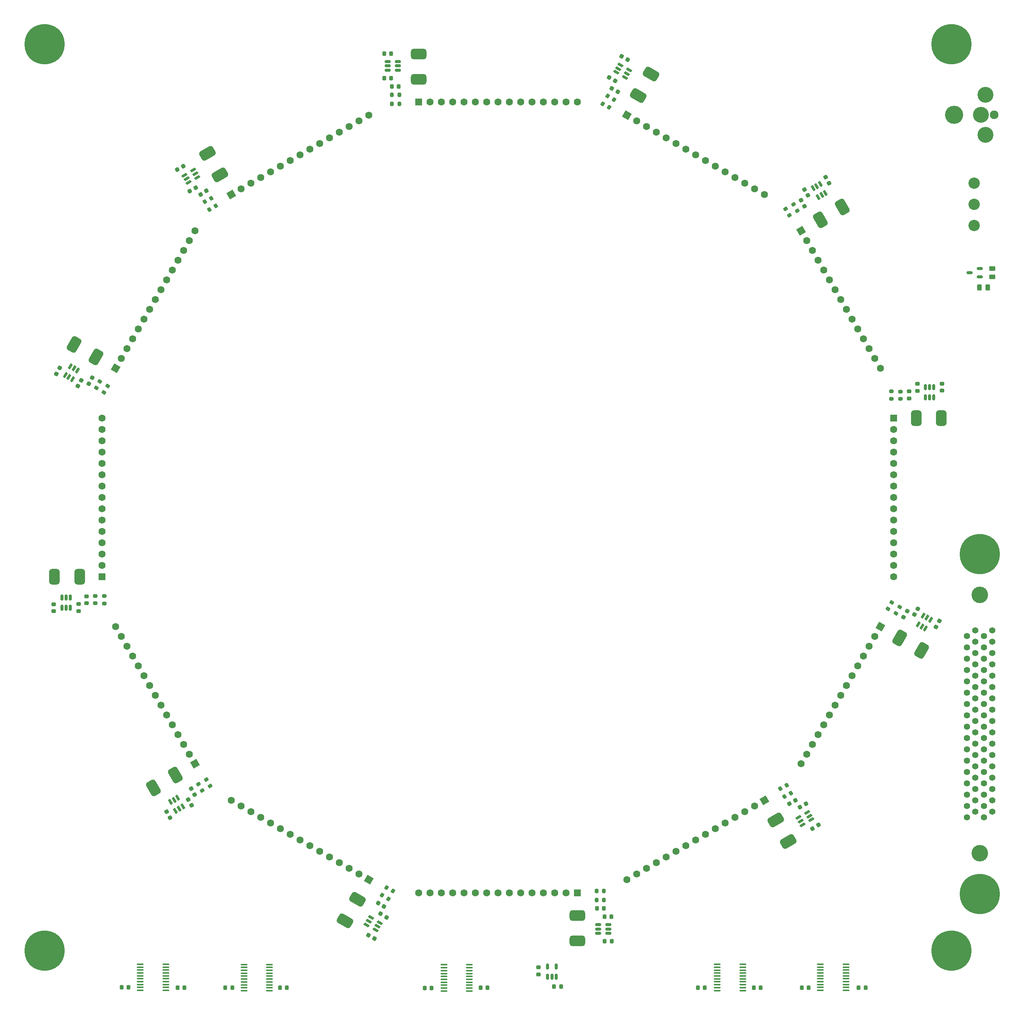
<source format=gts>
%TF.GenerationSoftware,KiCad,Pcbnew,8.0.5*%
%TF.CreationDate,2024-10-09T12:00:16-04:00*%
%TF.ProjectId,ni_arena_12-12,6e695f61-7265-46e6-915f-31322d31322e,v0.1.1*%
%TF.SameCoordinates,Original*%
%TF.FileFunction,Soldermask,Top*%
%TF.FilePolarity,Negative*%
%FSLAX46Y46*%
G04 Gerber Fmt 4.6, Leading zero omitted, Abs format (unit mm)*
G04 Created by KiCad (PCBNEW 8.0.5) date 2024-10-09 12:00:16*
%MOMM*%
%LPD*%
G01*
G04 APERTURE LIST*
G04 Aperture macros list*
%AMRoundRect*
0 Rectangle with rounded corners*
0 $1 Rounding radius*
0 $2 $3 $4 $5 $6 $7 $8 $9 X,Y pos of 4 corners*
0 Add a 4 corners polygon primitive as box body*
4,1,4,$2,$3,$4,$5,$6,$7,$8,$9,$2,$3,0*
0 Add four circle primitives for the rounded corners*
1,1,$1+$1,$2,$3*
1,1,$1+$1,$4,$5*
1,1,$1+$1,$6,$7*
1,1,$1+$1,$8,$9*
0 Add four rect primitives between the rounded corners*
20,1,$1+$1,$2,$3,$4,$5,0*
20,1,$1+$1,$4,$5,$6,$7,0*
20,1,$1+$1,$6,$7,$8,$9,0*
20,1,$1+$1,$8,$9,$2,$3,0*%
%AMRotRect*
0 Rectangle, with rotation*
0 The origin of the aperture is its center*
0 $1 length*
0 $2 width*
0 $3 Rotation angle, in degrees counterclockwise*
0 Add horizontal line*
21,1,$1,$2,0,0,$3*%
G04 Aperture macros list end*
%ADD10RoundRect,0.200000X-0.200000X-0.275000X0.200000X-0.275000X0.200000X0.275000X-0.200000X0.275000X0*%
%ADD11RoundRect,0.225000X0.319856X0.104006X-0.069856X0.329006X-0.319856X-0.104006X0.069856X-0.329006X0*%
%ADD12RoundRect,0.225000X-0.225000X-0.250000X0.225000X-0.250000X0.225000X0.250000X-0.225000X0.250000X0*%
%ADD13RoundRect,0.150000X0.126346X0.518838X-0.386154X-0.368838X-0.126346X-0.518838X0.386154X0.368838X0*%
%ADD14RoundRect,0.150000X-0.518838X0.126346X0.368838X-0.386154X0.518838X-0.126346X-0.368838X0.386154X0*%
%ADD15C,9.000000*%
%ADD16R,1.600000X1.600000*%
%ADD17C,1.600000*%
%ADD18RoundRect,0.225000X0.225000X0.250000X-0.225000X0.250000X-0.225000X-0.250000X0.225000X-0.250000X0*%
%ADD19RoundRect,0.150000X-0.150000X0.512500X-0.150000X-0.512500X0.150000X-0.512500X0.150000X0.512500X0*%
%ADD20RotRect,1.600000X1.600000X240.000000*%
%ADD21RoundRect,0.225000X-0.069856X-0.329006X0.319856X-0.104006X0.069856X0.329006X-0.319856X0.104006X0*%
%ADD22RoundRect,0.150000X-0.386154X0.368838X0.126346X-0.518838X0.386154X-0.368838X-0.126346X0.518838X0*%
%ADD23RoundRect,0.225000X-0.104006X0.319856X-0.329006X-0.069856X0.104006X-0.319856X0.329006X0.069856X0*%
%ADD24C,2.540000*%
%ADD25RoundRect,0.100000X0.637500X0.100000X-0.637500X0.100000X-0.637500X-0.100000X0.637500X-0.100000X0*%
%ADD26RoundRect,0.587500X-1.300505X-0.072460X-0.713005X-1.090040X1.300505X0.072460X0.713005X1.090040X0*%
%ADD27RoundRect,0.200000X0.035705X0.338157X-0.310705X0.138157X-0.035705X-0.338157X0.310705X-0.138157X0*%
%ADD28RoundRect,0.587500X-0.587500X-1.162500X0.587500X-1.162500X0.587500X1.162500X-0.587500X1.162500X0*%
%ADD29RoundRect,0.225000X-0.250000X0.225000X-0.250000X-0.225000X0.250000X-0.225000X0.250000X0.225000X0*%
%ADD30RotRect,1.600000X1.600000X150.000000*%
%ADD31RotRect,1.600000X1.600000X210.000000*%
%ADD32RoundRect,0.200000X-0.310705X-0.138157X0.035705X-0.338157X0.310705X0.138157X-0.035705X0.338157X0*%
%ADD33RoundRect,0.587500X1.162500X-0.587500X1.162500X0.587500X-1.162500X0.587500X-1.162500X-0.587500X0*%
%ADD34RoundRect,0.150000X0.512500X0.150000X-0.512500X0.150000X-0.512500X-0.150000X0.512500X-0.150000X0*%
%ADD35RoundRect,0.150000X0.150000X-0.512500X0.150000X0.512500X-0.150000X0.512500X-0.150000X-0.512500X0*%
%ADD36RoundRect,0.225000X0.069856X0.329006X-0.319856X0.104006X-0.069856X-0.329006X0.319856X-0.104006X0*%
%ADD37RoundRect,0.200000X0.338157X-0.035705X0.138157X0.310705X-0.338157X0.035705X-0.138157X-0.310705X0*%
%ADD38RoundRect,0.587500X0.072460X-1.300505X1.090040X-0.713005X-0.072460X1.300505X-1.090040X0.713005X0*%
%ADD39RoundRect,0.200000X-0.275000X0.200000X-0.275000X-0.200000X0.275000X-0.200000X0.275000X0.200000X0*%
%ADD40RoundRect,0.587500X-0.713005X1.090040X-1.300505X0.072460X0.713005X-1.090040X1.300505X-0.072460X0*%
%ADD41RoundRect,0.200000X-0.338157X0.035705X-0.138157X-0.310705X0.338157X-0.035705X0.138157X0.310705X0*%
%ADD42RoundRect,0.587500X0.587500X1.162500X-0.587500X1.162500X-0.587500X-1.162500X0.587500X-1.162500X0*%
%ADD43RoundRect,0.200000X0.310705X0.138157X-0.035705X0.338157X-0.310705X-0.138157X0.035705X-0.338157X0*%
%ADD44RoundRect,0.225000X0.250000X-0.225000X0.250000X0.225000X-0.250000X0.225000X-0.250000X-0.225000X0*%
%ADD45RoundRect,0.225000X-0.319856X-0.104006X0.069856X-0.329006X0.319856X0.104006X-0.069856X0.329006X0*%
%ADD46RoundRect,0.225000X-0.329006X0.069856X-0.104006X-0.319856X0.329006X-0.069856X0.104006X0.319856X0*%
%ADD47C,3.556000*%
%ADD48C,1.930400*%
%ADD49C,4.064000*%
%ADD50RoundRect,0.225000X0.329006X-0.069856X0.104006X0.319856X-0.329006X0.069856X-0.104006X-0.319856X0*%
%ADD51RotRect,1.600000X1.600000X30.000000*%
%ADD52RoundRect,0.587500X1.300505X0.072460X0.713005X1.090040X-1.300505X-0.072460X-0.713005X-1.090040X0*%
%ADD53RoundRect,0.250000X-0.262500X-0.450000X0.262500X-0.450000X0.262500X0.450000X-0.262500X0.450000X0*%
%ADD54RoundRect,0.200000X-0.035705X-0.338157X0.310705X-0.138157X0.035705X0.338157X-0.310705X0.138157X0*%
%ADD55RoundRect,0.150000X0.518838X-0.126346X-0.368838X0.386154X-0.518838X0.126346X0.368838X-0.386154X0*%
%ADD56RoundRect,0.200000X0.275000X-0.200000X0.275000X0.200000X-0.275000X0.200000X-0.275000X-0.200000X0*%
%ADD57RoundRect,0.587500X1.090040X0.713005X0.072460X1.300505X-1.090040X-0.713005X-0.072460X-1.300505X0*%
%ADD58RoundRect,0.225000X0.104006X-0.319856X0.329006X0.069856X-0.104006X0.319856X-0.329006X-0.069856X0*%
%ADD59RotRect,1.600000X1.600000X60.000000*%
%ADD60RoundRect,0.150000X0.368838X0.386154X-0.518838X-0.126346X-0.368838X-0.386154X0.518838X0.126346X0*%
%ADD61RotRect,1.600000X1.600000X120.000000*%
%ADD62RoundRect,0.200000X-0.138157X0.310705X-0.338157X-0.035705X0.138157X-0.310705X0.338157X0.035705X0*%
%ADD63RoundRect,0.200000X0.200000X0.275000X-0.200000X0.275000X-0.200000X-0.275000X0.200000X-0.275000X0*%
%ADD64RoundRect,0.587500X-1.162500X0.587500X-1.162500X-0.587500X1.162500X-0.587500X1.162500X0.587500X0*%
%ADD65RoundRect,0.150000X-0.512500X-0.150000X0.512500X-0.150000X0.512500X0.150000X-0.512500X0.150000X0*%
%ADD66RoundRect,0.587500X0.713005X-1.090040X1.300505X-0.072460X-0.713005X1.090040X-1.300505X0.072460X0*%
%ADD67RoundRect,0.150000X0.386154X-0.368838X-0.126346X0.518838X-0.386154X0.368838X0.126346X-0.518838X0*%
%ADD68RotRect,1.600000X1.600000X300.000000*%
%ADD69RoundRect,0.587500X-1.090040X-0.713005X-0.072460X-1.300505X1.090040X0.713005X0.072460X1.300505X0*%
%ADD70RoundRect,0.200000X0.138157X-0.310705X0.338157X0.035705X-0.138157X0.310705X-0.338157X-0.035705X0*%
%ADD71C,1.400000*%
%ADD72C,3.700000*%
%ADD73RotRect,1.600000X1.600000X330.000000*%
%ADD74RoundRect,0.150000X-0.368838X-0.386154X0.518838X0.126346X0.368838X0.386154X-0.518838X-0.126346X0*%
%ADD75RoundRect,0.250000X-0.450000X0.262500X-0.450000X-0.262500X0.450000X-0.262500X0.450000X0.262500X0*%
%ADD76RoundRect,0.587500X-0.072460X1.300505X-1.090040X0.713005X0.072460X-1.300505X1.090040X-0.713005X0*%
%ADD77RoundRect,0.150000X-0.126346X-0.518838X0.386154X0.368838X0.126346X0.518838X-0.386154X-0.368838X0*%
G04 APERTURE END LIST*
D10*
%TO.C,R10*%
X154064200Y-87579200D03*
X155714200Y-87579200D03*
%TD*%
D11*
%TO.C,C36*%
X152862270Y-271921000D03*
X151519930Y-271146000D03*
%TD*%
D12*
%TO.C,C3*%
X128988400Y-287711200D03*
X130538400Y-287711200D03*
%TD*%
D13*
%TO.C,U11*%
X83625174Y-149338696D03*
X82802450Y-148863696D03*
X81979726Y-148388696D03*
X80842226Y-150358904D03*
X81664950Y-150833904D03*
X82487674Y-151308904D03*
%TD*%
D14*
%TO.C,U14*%
X149338696Y-271974826D03*
X148863696Y-272797550D03*
X148388696Y-273620274D03*
X150358904Y-274757774D03*
X150833904Y-273935050D03*
X151308904Y-273112326D03*
%TD*%
D15*
%TO.C,H1*%
X76200000Y-76200000D03*
%TD*%
D16*
%TO.C,P10*%
X195580000Y-266474000D03*
D17*
X193040000Y-266474000D03*
X190500000Y-266474000D03*
X187960000Y-266474000D03*
X185420000Y-266474000D03*
X182880000Y-266474000D03*
X180340000Y-266474000D03*
X177800000Y-266474000D03*
X175260000Y-266474000D03*
X172720000Y-266474000D03*
X170180000Y-266474000D03*
X167640000Y-266474000D03*
X165100000Y-266474000D03*
X162560000Y-266474000D03*
X160020000Y-266474000D03*
%TD*%
D18*
%TO.C,C6*%
X224177200Y-287690400D03*
X222627200Y-287690400D03*
%TD*%
D19*
%TO.C,U12*%
X82011600Y-200239200D03*
X81061600Y-200239200D03*
X80111600Y-200239200D03*
X80111600Y-202514200D03*
X81061600Y-202514200D03*
X82011600Y-202514200D03*
%TD*%
D20*
%TO.C,P12*%
X263484000Y-206739068D03*
D17*
X262214000Y-208938773D03*
X260944000Y-211138477D03*
X259674000Y-213338182D03*
X258404000Y-215537886D03*
X257134000Y-217737591D03*
X255864000Y-219937295D03*
X254594000Y-222137000D03*
X253324000Y-224336705D03*
X252054000Y-226536409D03*
X250784000Y-228736114D03*
X249514000Y-230935818D03*
X248244000Y-233135523D03*
X246974000Y-235335227D03*
X245704000Y-237534932D03*
%TD*%
D21*
%TO.C,C24*%
X108757730Y-109142800D03*
X110100070Y-108367800D03*
%TD*%
D16*
%TO.C,P7*%
X89126000Y-195580000D03*
D17*
X89126000Y-193040000D03*
X89126000Y-190500000D03*
X89126000Y-187960000D03*
X89126000Y-185420000D03*
X89126000Y-182880000D03*
X89126000Y-180340000D03*
X89126000Y-177800000D03*
X89126000Y-175260000D03*
X89126000Y-172720000D03*
X89126000Y-170180000D03*
X89126000Y-167640000D03*
X89126000Y-165100000D03*
X89126000Y-162560000D03*
X89126000Y-160020000D03*
%TD*%
D22*
%TO.C,U13*%
X106064374Y-245127096D03*
X105241650Y-245602096D03*
X104418926Y-246077096D03*
X105556426Y-248047304D03*
X106379150Y-247572304D03*
X107201874Y-247097304D03*
%TD*%
D23*
%TO.C,C45*%
X271921000Y-202737730D03*
X271146000Y-204080070D03*
%TD*%
D18*
%TO.C,C40*%
X201549000Y-269951200D03*
X199999000Y-269951200D03*
%TD*%
D24*
%TO.C,SW1*%
X284480000Y-116840000D03*
X284480000Y-112090200D03*
X284480000Y-107340400D03*
%TD*%
D25*
%TO.C,U3*%
X232669700Y-288335400D03*
X232669700Y-287685400D03*
X232669700Y-287035400D03*
X232669700Y-286385400D03*
X232669700Y-285735400D03*
X232669700Y-285085400D03*
X232669700Y-284435400D03*
X232669700Y-283785400D03*
X232669700Y-283135400D03*
X232669700Y-282485400D03*
X226944700Y-282485400D03*
X226944700Y-283135400D03*
X226944700Y-283785400D03*
X226944700Y-284435400D03*
X226944700Y-285085400D03*
X226944700Y-285735400D03*
X226944700Y-286385400D03*
X226944700Y-287035400D03*
X226944700Y-287685400D03*
X226944700Y-288335400D03*
%TD*%
D26*
%TO.C,L5*%
X112717100Y-100633028D03*
X115542100Y-105526071D03*
%TD*%
D18*
%TO.C,C8*%
X247410500Y-287663000D03*
X245860500Y-287663000D03*
%TD*%
D25*
%TO.C,U2*%
X126615900Y-288366200D03*
X126615900Y-287716200D03*
X126615900Y-287066200D03*
X126615900Y-286416200D03*
X126615900Y-285766200D03*
X126615900Y-285116200D03*
X126615900Y-284466200D03*
X126615900Y-283816200D03*
X126615900Y-283166200D03*
X126615900Y-282516200D03*
X120890900Y-282516200D03*
X120890900Y-283166200D03*
X120890900Y-283816200D03*
X120890900Y-284466200D03*
X120890900Y-285116200D03*
X120890900Y-285766200D03*
X120890900Y-286416200D03*
X120890900Y-287066200D03*
X120890900Y-287716200D03*
X120890900Y-288366200D03*
%TD*%
D10*
%TO.C,R21*%
X199911200Y-265988800D03*
X201561200Y-265988800D03*
%TD*%
D23*
%TO.C,C46*%
X269479800Y-203308330D03*
X268704800Y-204650670D03*
%TD*%
D27*
%TO.C,R24*%
X243466171Y-244065600D03*
X242037229Y-244890600D03*
%TD*%
D28*
%TO.C,L7*%
X78430000Y-195580000D03*
X84080000Y-195580000D03*
%TD*%
D21*
%TO.C,C25*%
X111157130Y-109869200D03*
X112499470Y-109094200D03*
%TD*%
D29*
%TO.C,C12*%
X271780000Y-152336200D03*
X271780000Y-153886200D03*
%TD*%
D30*
%TO.C,P9*%
X148860932Y-263484000D03*
D17*
X146661227Y-262214000D03*
X144461523Y-260944000D03*
X142261818Y-259674000D03*
X140062114Y-258404000D03*
X137862409Y-257134000D03*
X135662705Y-255864000D03*
X133463000Y-254594000D03*
X131263295Y-253324000D03*
X129063591Y-252054000D03*
X126863886Y-250784000D03*
X124664182Y-249514000D03*
X122464477Y-248244000D03*
X120264773Y-246974000D03*
X118065068Y-245704000D03*
%TD*%
D31*
%TO.C,P11*%
X237534932Y-245704000D03*
D17*
X235335227Y-246974000D03*
X233135523Y-248244000D03*
X230935818Y-249514000D03*
X228736114Y-250784000D03*
X226536409Y-252054000D03*
X224336705Y-253324000D03*
X222137000Y-254594000D03*
X219937295Y-255864000D03*
X217737591Y-257134000D03*
X215537886Y-258404000D03*
X213338182Y-259674000D03*
X211138477Y-260944000D03*
X208938773Y-262214000D03*
X206739068Y-263484000D03*
%TD*%
D32*
%TO.C,R19*%
X152854429Y-265229300D03*
X154283371Y-266054300D03*
%TD*%
D33*
%TO.C,L10*%
X195580000Y-277170000D03*
X195580000Y-271520000D03*
%TD*%
D12*
%TO.C,C9*%
X173939200Y-287731200D03*
X175489200Y-287731200D03*
%TD*%
D18*
%TO.C,C2*%
X95045500Y-287633000D03*
X93495500Y-287633000D03*
%TD*%
D12*
%TO.C,C5*%
X235127200Y-287680400D03*
X236677200Y-287680400D03*
%TD*%
%TO.C,C38*%
X201726200Y-277317200D03*
X203276200Y-277317200D03*
%TD*%
D34*
%TO.C,U9*%
X155360800Y-82011600D03*
X155360800Y-81061600D03*
X155360800Y-80111600D03*
X153085800Y-80111600D03*
X153085800Y-81061600D03*
X153085800Y-82011600D03*
%TD*%
D35*
%TO.C,U6*%
X273588400Y-155360800D03*
X274538400Y-155360800D03*
X275488400Y-155360800D03*
X275488400Y-153085800D03*
X274538400Y-153085800D03*
X273588400Y-153085800D03*
%TD*%
D36*
%TO.C,C43*%
X244442870Y-245730800D03*
X243100530Y-246505800D03*
%TD*%
D18*
%TO.C,C10*%
X162964200Y-287801200D03*
X161414200Y-287801200D03*
%TD*%
D37*
%TO.C,R5*%
X243118100Y-114556771D03*
X242293100Y-113127829D03*
%TD*%
D12*
%TO.C,C22*%
X154051000Y-85648800D03*
X155601000Y-85648800D03*
%TD*%
D38*
%TO.C,L8*%
X100633028Y-242882900D03*
X105526071Y-240057900D03*
%TD*%
D39*
%TO.C,R4*%
X268020800Y-154064200D03*
X268020800Y-155714200D03*
%TD*%
D40*
%TO.C,L3*%
X212087100Y-82853028D03*
X209262100Y-87746071D03*
%TD*%
D11*
%TO.C,C37*%
X152291670Y-269479800D03*
X150949330Y-268704800D03*
%TD*%
D41*
%TO.C,R6*%
X244065600Y-112133829D03*
X244890600Y-113562771D03*
%TD*%
D21*
%TO.C,C41*%
X248279330Y-252021300D03*
X249621670Y-251246300D03*
%TD*%
D42*
%TO.C,L1*%
X277170000Y-160020000D03*
X271520000Y-160020000D03*
%TD*%
D43*
%TO.C,R20*%
X153245371Y-267801400D03*
X151816429Y-266976400D03*
%TD*%
D15*
%TO.C,H3*%
X279400000Y-279400000D03*
%TD*%
D25*
%TO.C,U1*%
X103378000Y-288298000D03*
X103378000Y-287648000D03*
X103378000Y-286998000D03*
X103378000Y-286348000D03*
X103378000Y-285698000D03*
X103378000Y-285048000D03*
X103378000Y-284398000D03*
X103378000Y-283748000D03*
X103378000Y-283098000D03*
X103378000Y-282448000D03*
X97653000Y-282448000D03*
X97653000Y-283098000D03*
X97653000Y-283748000D03*
X97653000Y-284398000D03*
X97653000Y-285048000D03*
X97653000Y-285698000D03*
X97653000Y-286348000D03*
X97653000Y-286998000D03*
X97653000Y-287648000D03*
X97653000Y-288298000D03*
%TD*%
D12*
%TO.C,C21*%
X152336200Y-83820000D03*
X153886200Y-83820000D03*
%TD*%
D44*
%TO.C,C30*%
X83820000Y-203263800D03*
X83820000Y-201713800D03*
%TD*%
D29*
%TO.C,C48*%
X186883400Y-283167200D03*
X186883400Y-284717200D03*
%TD*%
D34*
%TO.C,Q2*%
X285739000Y-128356400D03*
X285739000Y-126456400D03*
X283464000Y-127406400D03*
%TD*%
D29*
%TO.C,C29*%
X78282800Y-201726200D03*
X78282800Y-203276200D03*
%TD*%
D11*
%TO.C,C17*%
X206837870Y-79652500D03*
X205495530Y-78877500D03*
%TD*%
D15*
%TO.C,H4*%
X76200000Y-279400000D03*
%TD*%
D45*
%TO.C,C35*%
X148762130Y-275947500D03*
X150104470Y-276722500D03*
%TD*%
D46*
%TO.C,C32*%
X103578700Y-248279330D03*
X104353700Y-249621670D03*
%TD*%
D47*
%TO.C,J1*%
X287020000Y-87528400D03*
D48*
X289026600Y-92024200D03*
D47*
X287020000Y-96520000D03*
D49*
X280035000Y-92024200D03*
D47*
X286029400Y-92024200D03*
%TD*%
D36*
%TO.C,C23*%
X107320670Y-103578700D03*
X105978330Y-104353700D03*
%TD*%
D50*
%TO.C,C14*%
X252021300Y-107320670D03*
X251246300Y-105978330D03*
%TD*%
D46*
%TO.C,C15*%
X246457200Y-108757730D03*
X247232200Y-110100070D03*
%TD*%
D39*
%TO.C,R15*%
X89611200Y-199911200D03*
X89611200Y-201561200D03*
%TD*%
D51*
%TO.C,P5*%
X118065068Y-109896000D03*
D17*
X120264773Y-108626000D03*
X122464477Y-107356000D03*
X124664182Y-106086000D03*
X126863886Y-104816000D03*
X129063591Y-103546000D03*
X131263295Y-102276000D03*
X133463000Y-101006000D03*
X135662705Y-99736000D03*
X137862409Y-98466000D03*
X140062114Y-97196000D03*
X142261818Y-95926000D03*
X144461523Y-94656000D03*
X146661227Y-93386000D03*
X148860932Y-92116000D03*
%TD*%
D23*
%TO.C,C26*%
X79652500Y-148762130D03*
X78877500Y-150104470D03*
%TD*%
D25*
%TO.C,U4*%
X255778000Y-288298000D03*
X255778000Y-287648000D03*
X255778000Y-286998000D03*
X255778000Y-286348000D03*
X255778000Y-285698000D03*
X255778000Y-285048000D03*
X255778000Y-284398000D03*
X255778000Y-283748000D03*
X255778000Y-283098000D03*
X255778000Y-282448000D03*
X250053000Y-282448000D03*
X250053000Y-283098000D03*
X250053000Y-283748000D03*
X250053000Y-284398000D03*
X250053000Y-285048000D03*
X250053000Y-285698000D03*
X250053000Y-286348000D03*
X250053000Y-286998000D03*
X250053000Y-287648000D03*
X250053000Y-288298000D03*
%TD*%
D52*
%TO.C,L11*%
X242882900Y-254966972D03*
X240057900Y-250073929D03*
%TD*%
D44*
%TO.C,C11*%
X277317200Y-153873800D03*
X277317200Y-152323800D03*
%TD*%
D16*
%TO.C,P4*%
X160020000Y-89126000D03*
D17*
X162560000Y-89126000D03*
X165100000Y-89126000D03*
X167640000Y-89126000D03*
X170180000Y-89126000D03*
X172720000Y-89126000D03*
X175260000Y-89126000D03*
X177800000Y-89126000D03*
X180340000Y-89126000D03*
X182880000Y-89126000D03*
X185420000Y-89126000D03*
X187960000Y-89126000D03*
X190500000Y-89126000D03*
X193040000Y-89126000D03*
X195580000Y-89126000D03*
%TD*%
D44*
%TO.C,C31*%
X85648800Y-201549000D03*
X85648800Y-199999000D03*
%TD*%
D53*
%TO.C,R1*%
X285703000Y-130708400D03*
X287528000Y-130708400D03*
%TD*%
D54*
%TO.C,R12*%
X112133829Y-111534400D03*
X113562771Y-110709400D03*
%TD*%
D18*
%TO.C,C20*%
X153873800Y-78282800D03*
X152323800Y-78282800D03*
%TD*%
D29*
%TO.C,C13*%
X269951200Y-154051000D03*
X269951200Y-155601000D03*
%TD*%
D36*
%TO.C,C42*%
X246842270Y-246457200D03*
X245499930Y-247232200D03*
%TD*%
D35*
%TO.C,U18*%
X188953400Y-285222200D03*
X189903400Y-285222200D03*
X190853400Y-285222200D03*
X190853400Y-282947200D03*
X188953400Y-282947200D03*
%TD*%
D55*
%TO.C,U8*%
X206261304Y-83625174D03*
X206736304Y-82802450D03*
X207211304Y-81979726D03*
X205241096Y-80842226D03*
X204766096Y-81664950D03*
X204291096Y-82487674D03*
%TD*%
D56*
%TO.C,R3*%
X265988800Y-155688800D03*
X265988800Y-154038800D03*
%TD*%
D57*
%TO.C,L12*%
X272746972Y-212087100D03*
X267853929Y-209262100D03*
%TD*%
D18*
%TO.C,C39*%
X203263800Y-271780000D03*
X201713800Y-271780000D03*
%TD*%
D15*
%TO.C,H5*%
X285750000Y-190500000D03*
%TD*%
D16*
%TO.C,P1*%
X266474000Y-160020000D03*
D17*
X266474000Y-162560000D03*
X266474000Y-165100000D03*
X266474000Y-167640000D03*
X266474000Y-170180000D03*
X266474000Y-172720000D03*
X266474000Y-175260000D03*
X266474000Y-177800000D03*
X266474000Y-180340000D03*
X266474000Y-182880000D03*
X266474000Y-185420000D03*
X266474000Y-187960000D03*
X266474000Y-190500000D03*
X266474000Y-193040000D03*
X266474000Y-195580000D03*
%TD*%
D58*
%TO.C,C44*%
X275947500Y-206837870D03*
X276722500Y-205495530D03*
%TD*%
D54*
%TO.C,R23*%
X241043229Y-243118100D03*
X242472171Y-242293100D03*
%TD*%
D59*
%TO.C,P6*%
X92116000Y-148860932D03*
D17*
X93386000Y-146661227D03*
X94656000Y-144461523D03*
X95926000Y-142261818D03*
X97196000Y-140062114D03*
X98466000Y-137862409D03*
X99736000Y-135662705D03*
X101006000Y-133463000D03*
X102276000Y-131263295D03*
X103546000Y-129063591D03*
X104816000Y-126863886D03*
X106086000Y-124664182D03*
X107356000Y-122464477D03*
X108626000Y-120264773D03*
X109896000Y-118065068D03*
%TD*%
D60*
%TO.C,U10*%
X110472904Y-106064374D03*
X109997904Y-105241650D03*
X109522904Y-104418926D03*
X107552696Y-105556426D03*
X108027696Y-106379150D03*
X108502696Y-107201874D03*
%TD*%
D56*
%TO.C,R16*%
X87579200Y-201535800D03*
X87579200Y-199885800D03*
%TD*%
D61*
%TO.C,P8*%
X109896000Y-237534932D03*
D17*
X108626000Y-235335227D03*
X107356000Y-233135523D03*
X106086000Y-230935818D03*
X104816000Y-228736114D03*
X103546000Y-226536409D03*
X102276000Y-224336705D03*
X101006000Y-222137000D03*
X99736000Y-219937295D03*
X98466000Y-217737591D03*
X97196000Y-215537886D03*
X95926000Y-213338182D03*
X94656000Y-211138477D03*
X93386000Y-208938773D03*
X92116000Y-206739068D03*
%TD*%
D58*
%TO.C,C27*%
X83679000Y-152862270D03*
X84454000Y-151519930D03*
%TD*%
D62*
%TO.C,R26*%
X267801400Y-202354629D03*
X266976400Y-203783571D03*
%TD*%
D50*
%TO.C,C34*%
X109869200Y-244442870D03*
X109094200Y-243100530D03*
%TD*%
D15*
%TO.C,H2*%
X279400000Y-76200000D03*
%TD*%
D18*
%TO.C,C4*%
X118288400Y-287731200D03*
X116738400Y-287731200D03*
%TD*%
D45*
%TO.C,C18*%
X202737730Y-83679000D03*
X204080070Y-84454000D03*
%TD*%
D12*
%TO.C,C7*%
X258635200Y-287680400D03*
X260185200Y-287680400D03*
%TD*%
D32*
%TO.C,R8*%
X202354629Y-87798600D03*
X203783571Y-88623600D03*
%TD*%
D50*
%TO.C,C33*%
X109142800Y-246842270D03*
X108367800Y-245499930D03*
%TD*%
D63*
%TO.C,R22*%
X201535800Y-268020800D03*
X199885800Y-268020800D03*
%TD*%
D64*
%TO.C,L4*%
X160020000Y-78430000D03*
X160020000Y-84080000D03*
%TD*%
D65*
%TO.C,U15*%
X200239200Y-273588400D03*
X200239200Y-274538400D03*
X200239200Y-275488400D03*
X202514200Y-275488400D03*
X202514200Y-274538400D03*
X202514200Y-273588400D03*
%TD*%
D37*
%TO.C,R18*%
X111534400Y-243466171D03*
X110709400Y-242037229D03*
%TD*%
D45*
%TO.C,C19*%
X203308330Y-86120200D03*
X204650670Y-86895200D03*
%TD*%
D27*
%TO.C,R11*%
X114556771Y-112481900D03*
X113127829Y-113306900D03*
%TD*%
D12*
%TO.C,C1*%
X106015500Y-287663000D03*
X107565500Y-287663000D03*
%TD*%
D66*
%TO.C,L9*%
X143512900Y-272746972D03*
X146337900Y-267853929D03*
%TD*%
D15*
%TO.C,H6*%
X285750000Y-266700000D03*
%TD*%
D67*
%TO.C,U7*%
X249535626Y-110472904D03*
X250358350Y-109997904D03*
X251181074Y-109522904D03*
X250043574Y-107552696D03*
X249220850Y-108027696D03*
X248398126Y-108502696D03*
%TD*%
D63*
%TO.C,R9*%
X155688800Y-89611200D03*
X154038800Y-89611200D03*
%TD*%
D68*
%TO.C,P2*%
X245704000Y-118065068D03*
D17*
X246974000Y-120264773D03*
X248244000Y-122464477D03*
X249514000Y-124664182D03*
X250784000Y-126863886D03*
X252054000Y-129063591D03*
X253324000Y-131263295D03*
X254594000Y-133463000D03*
X255864000Y-135662705D03*
X257134000Y-137862409D03*
X258404000Y-140062114D03*
X259674000Y-142261818D03*
X260944000Y-144461523D03*
X262214000Y-146661227D03*
X263484000Y-148860932D03*
%TD*%
D69*
%TO.C,L6*%
X82853028Y-143512900D03*
X87746071Y-146337900D03*
%TD*%
D70*
%TO.C,R14*%
X87798600Y-153245371D03*
X88623600Y-151816429D03*
%TD*%
D18*
%TO.C,C47*%
X191948400Y-287477200D03*
X190398400Y-287477200D03*
%TD*%
D62*
%TO.C,R13*%
X90370700Y-152854429D03*
X89545700Y-154283371D03*
%TD*%
D71*
%TO.C,J2*%
X288607500Y-207645000D03*
X286702500Y-208915000D03*
X288607500Y-210185000D03*
X286702500Y-211455000D03*
X288607500Y-212725000D03*
X286702500Y-213995000D03*
X288607500Y-215265000D03*
X286702500Y-216535000D03*
X288607500Y-217805000D03*
X286702500Y-219075000D03*
X288607500Y-220345000D03*
X286702500Y-221615000D03*
X288607500Y-222885000D03*
X286702500Y-224155000D03*
X288607500Y-225425000D03*
X286702500Y-226695000D03*
X288607500Y-227965000D03*
X286702500Y-229235000D03*
X288607500Y-230505000D03*
X286702500Y-231775000D03*
X288607500Y-233045000D03*
X286702500Y-234315000D03*
X288607500Y-235585000D03*
X286702500Y-236855000D03*
X288607500Y-238125000D03*
X286702500Y-239395000D03*
X288607500Y-240665000D03*
X286702500Y-241935000D03*
X288607500Y-243205000D03*
X286702500Y-244475000D03*
X288607500Y-245745000D03*
X286702500Y-247015000D03*
X288607500Y-248285000D03*
X286702500Y-249555000D03*
X284797500Y-207645000D03*
X282892500Y-208915000D03*
X284797500Y-210185000D03*
X282892500Y-211455000D03*
X284797500Y-212725000D03*
X282892500Y-213995000D03*
X284797500Y-215265000D03*
X282892500Y-216535000D03*
X284797500Y-217805000D03*
X282892500Y-219075000D03*
X284797500Y-220345000D03*
X282892500Y-221615000D03*
X284797500Y-222885000D03*
X282892500Y-224155000D03*
X284797500Y-225425000D03*
X282892500Y-226695000D03*
X284797500Y-227965000D03*
X282892500Y-229235000D03*
X284797500Y-230505000D03*
X282892500Y-231775000D03*
X284797500Y-233045000D03*
X282892500Y-234315000D03*
X284797500Y-235585000D03*
X282892500Y-236855000D03*
X284797500Y-238125000D03*
X282892500Y-239395000D03*
X284797500Y-240665000D03*
X282892500Y-241935000D03*
X284797500Y-243205000D03*
X282892500Y-244475000D03*
X284797500Y-245745000D03*
X282892500Y-247015000D03*
X284797500Y-248285000D03*
X282892500Y-249555000D03*
D72*
X285750000Y-199645000D03*
X285750000Y-257555000D03*
%TD*%
D58*
%TO.C,C28*%
X86120200Y-152291670D03*
X86895200Y-150949330D03*
%TD*%
D43*
%TO.C,R7*%
X202745571Y-90370700D03*
X201316629Y-89545700D03*
%TD*%
D73*
%TO.C,P3*%
X206739068Y-92116000D03*
D17*
X208938773Y-93386000D03*
X211138477Y-94656000D03*
X213338182Y-95926000D03*
X215537886Y-97196000D03*
X217737591Y-98466000D03*
X219937295Y-99736000D03*
X222137000Y-101006000D03*
X224336705Y-102276000D03*
X226536409Y-103546000D03*
X228736114Y-104816000D03*
X230935818Y-106086000D03*
X233135523Y-107356000D03*
X235335227Y-108626000D03*
X237534932Y-109896000D03*
%TD*%
D74*
%TO.C,U16*%
X245127096Y-249535626D03*
X245602096Y-250358350D03*
X246077096Y-251181074D03*
X248047304Y-250043574D03*
X247572304Y-249220850D03*
X247097304Y-248398126D03*
%TD*%
D25*
%TO.C,U5*%
X171421700Y-288426200D03*
X171421700Y-287776200D03*
X171421700Y-287126200D03*
X171421700Y-286476200D03*
X171421700Y-285826200D03*
X171421700Y-285176200D03*
X171421700Y-284526200D03*
X171421700Y-283876200D03*
X171421700Y-283226200D03*
X171421700Y-282576200D03*
X165696700Y-282576200D03*
X165696700Y-283226200D03*
X165696700Y-283876200D03*
X165696700Y-284526200D03*
X165696700Y-285176200D03*
X165696700Y-285826200D03*
X165696700Y-286476200D03*
X165696700Y-287126200D03*
X165696700Y-287776200D03*
X165696700Y-288426200D03*
%TD*%
D46*
%TO.C,C16*%
X245730800Y-111157130D03*
X246505800Y-112499470D03*
%TD*%
D75*
%TO.C,R2*%
X288544000Y-126493900D03*
X288544000Y-128318900D03*
%TD*%
D76*
%TO.C,L2*%
X254966972Y-112717100D03*
X250073929Y-115542100D03*
%TD*%
D77*
%TO.C,U17*%
X271974826Y-206261304D03*
X272797550Y-206736304D03*
X273620274Y-207211304D03*
X274757774Y-205241096D03*
X273935050Y-204766096D03*
X273112326Y-204291096D03*
%TD*%
D70*
%TO.C,R25*%
X265229300Y-202745571D03*
X266054300Y-201316629D03*
%TD*%
D41*
%TO.C,R17*%
X112481900Y-241043229D03*
X113306900Y-242472171D03*
%TD*%
M02*

</source>
